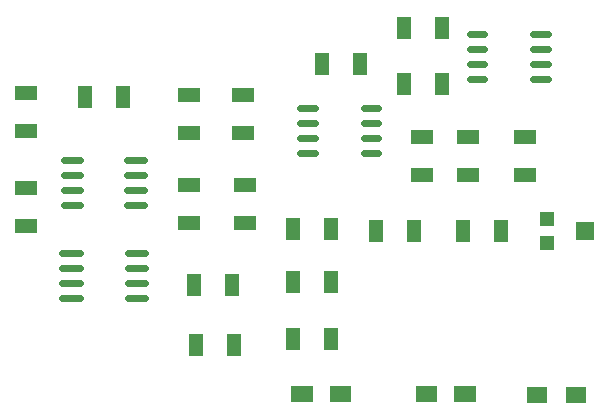
<source format=gtp>
G04 Layer: TopPasteMaskLayer*
G04 EasyEDA v6.4.17, 2021-03-05T15:54:57+08:00*
G04 7810626ff2e9405a9b1361f117870e28,a0ab3b0d74464cd6b67425ecbf828b8b,10*
G04 Gerber Generator version 0.2*
G04 Scale: 100 percent, Rotated: No, Reflected: No *
G04 Dimensions in millimeters *
G04 leading zeros omitted , absolute positions ,4 integer and 5 decimal *
%FSLAX45Y45*%
%MOMM*%

%ADD13C,0.6300*%
%ADD14C,0.5880*%
%ADD15C,0.5684*%
%ADD18R,1.8161X1.3589*%
%ADD19R,1.2000X1.9000*%
%ADD20R,1.9000X1.2000*%
%ADD21R,1.2000X1.2000*%
%ADD22R,1.5000X1.6000*%

%LPD*%
D13*
X6359400Y7696200D02*
G01*
X6235900Y7696200D01*
X6359400Y7569200D02*
G01*
X6235900Y7569200D01*
X6359400Y7442200D02*
G01*
X6235900Y7442200D01*
X6359400Y7315200D02*
G01*
X6235900Y7315200D01*
X6895899Y7696200D02*
G01*
X6772399Y7696200D01*
X6895899Y7569200D02*
G01*
X6772399Y7569200D01*
X6895899Y7442200D02*
G01*
X6772399Y7442200D01*
X6895899Y7315200D02*
G01*
X6772399Y7315200D01*
D14*
X2932508Y5842000D02*
G01*
X2786809Y5842000D01*
X2932508Y5715000D02*
G01*
X2786809Y5715000D01*
X2932508Y5588000D02*
G01*
X2786809Y5588000D01*
X2932508Y5461000D02*
G01*
X2786809Y5461000D01*
X3486990Y5842000D02*
G01*
X3341291Y5842000D01*
X3486990Y5715000D02*
G01*
X3341291Y5715000D01*
X3486990Y5588000D02*
G01*
X3341291Y5588000D01*
X3486990Y5461000D02*
G01*
X3341291Y5461000D01*
D15*
X2935480Y6629400D02*
G01*
X2797299Y6629400D01*
X2935480Y6502400D02*
G01*
X2797299Y6502400D01*
X2935480Y6375400D02*
G01*
X2797299Y6375400D01*
X2935480Y6248400D02*
G01*
X2797299Y6248400D01*
X3476500Y6629400D02*
G01*
X3338319Y6629400D01*
X3476500Y6502400D02*
G01*
X3338319Y6502400D01*
X3476500Y6375400D02*
G01*
X3338319Y6375400D01*
X3476500Y6248400D02*
G01*
X3338319Y6248400D01*
D13*
X5337299Y6692900D02*
G01*
X5460799Y6692900D01*
X5337299Y6819900D02*
G01*
X5460799Y6819900D01*
X5337299Y6946900D02*
G01*
X5460799Y6946900D01*
X5337299Y7073900D02*
G01*
X5460799Y7073900D01*
X4800800Y6692900D02*
G01*
X4924300Y6692900D01*
X4800800Y6819900D02*
G01*
X4924300Y6819900D01*
X4800800Y6946900D02*
G01*
X4924300Y6946900D01*
X4800800Y7073900D02*
G01*
X4924300Y7073900D01*
G36*
X6106795Y4718685D02*
G01*
X6288404Y4718685D01*
X6288404Y4582795D01*
X6106795Y4582795D01*
G37*
G36*
X5779134Y4718685D02*
G01*
X5960745Y4718685D01*
X5960745Y4582795D01*
X5779134Y4582795D01*
G37*
D18*
G01*
X6807200Y4645660D03*
G01*
X7134859Y4645660D03*
G36*
X5052695Y4718685D02*
G01*
X5234304Y4718685D01*
X5234304Y4582795D01*
X5052695Y4582795D01*
G37*
G36*
X4725034Y4718685D02*
G01*
X4906645Y4718685D01*
X4906645Y4582795D01*
X4725034Y4582795D01*
G37*
G36*
X3844000Y5670301D02*
G01*
X3964000Y5670301D01*
X3964000Y5480298D01*
X3844000Y5480298D01*
G37*
G36*
X4164015Y5670301D02*
G01*
X4284014Y5670301D01*
X4284014Y5480298D01*
X4164015Y5480298D01*
G37*
D20*
G01*
X4330700Y6421094D03*
G01*
X4330700Y6101079D03*
G36*
X5622000Y7842001D02*
G01*
X5742000Y7842001D01*
X5742000Y7651998D01*
X5622000Y7651998D01*
G37*
G36*
X5942015Y7842001D02*
G01*
X6062014Y7842001D01*
X6062014Y7651998D01*
X5942015Y7651998D01*
G37*
G36*
X4682200Y5213101D02*
G01*
X4802200Y5213101D01*
X4802200Y5023098D01*
X4682200Y5023098D01*
G37*
G36*
X5002215Y5213101D02*
G01*
X5122214Y5213101D01*
X5122214Y5023098D01*
X5002215Y5023098D01*
G37*
G01*
X5829300Y6507505D03*
G01*
X5829300Y6827520D03*
D21*
G01*
X6885990Y5932500D03*
D22*
G01*
X7211009Y6032500D03*
D21*
G01*
X6885990Y6132499D03*
D20*
G01*
X2476500Y6075679D03*
G01*
X2476500Y6395694D03*
G01*
X3860800Y6101079D03*
G01*
X3860800Y6421094D03*
G01*
X2476500Y7195794D03*
G01*
X2476500Y6875779D03*
G01*
X3860800Y7183094D03*
G01*
X3860800Y6863079D03*
D19*
G01*
X2976905Y7162800D03*
G01*
X3296894Y7162800D03*
G01*
X3916705Y5067300D03*
G01*
X4236694Y5067300D03*
G36*
X5002207Y5695701D02*
G01*
X5122207Y5695701D01*
X5122207Y5505698D01*
X5002207Y5505698D01*
G37*
G36*
X4682192Y5695701D02*
G01*
X4802192Y5695701D01*
X4802192Y5505698D01*
X4682192Y5505698D01*
G37*
D20*
G01*
X6223000Y6827494D03*
G01*
X6223000Y6507479D03*
G36*
X5700707Y6127501D02*
G01*
X5820707Y6127501D01*
X5820707Y5937498D01*
X5700707Y5937498D01*
G37*
G36*
X5380692Y6127501D02*
G01*
X5500692Y6127501D01*
X5500692Y5937498D01*
X5380692Y5937498D01*
G37*
G36*
X6437307Y6127501D02*
G01*
X6557307Y6127501D01*
X6557307Y5937498D01*
X6437307Y5937498D01*
G37*
G36*
X6117292Y6127501D02*
G01*
X6237292Y6127501D01*
X6237292Y5937498D01*
X6117292Y5937498D01*
G37*
D19*
G01*
X4742205Y6045200D03*
G01*
X5062194Y6045200D03*
D20*
G01*
X4318000Y6863079D03*
G01*
X4318000Y7183094D03*
D19*
G01*
X4983505Y7442200D03*
G01*
X5303494Y7442200D03*
G36*
X5942007Y7372101D02*
G01*
X6062007Y7372101D01*
X6062007Y7182098D01*
X5942007Y7182098D01*
G37*
G36*
X5621992Y7372101D02*
G01*
X5741992Y7372101D01*
X5741992Y7182098D01*
X5621992Y7182098D01*
G37*
D20*
G01*
X6705600Y6507479D03*
G01*
X6705600Y6827494D03*
M02*

</source>
